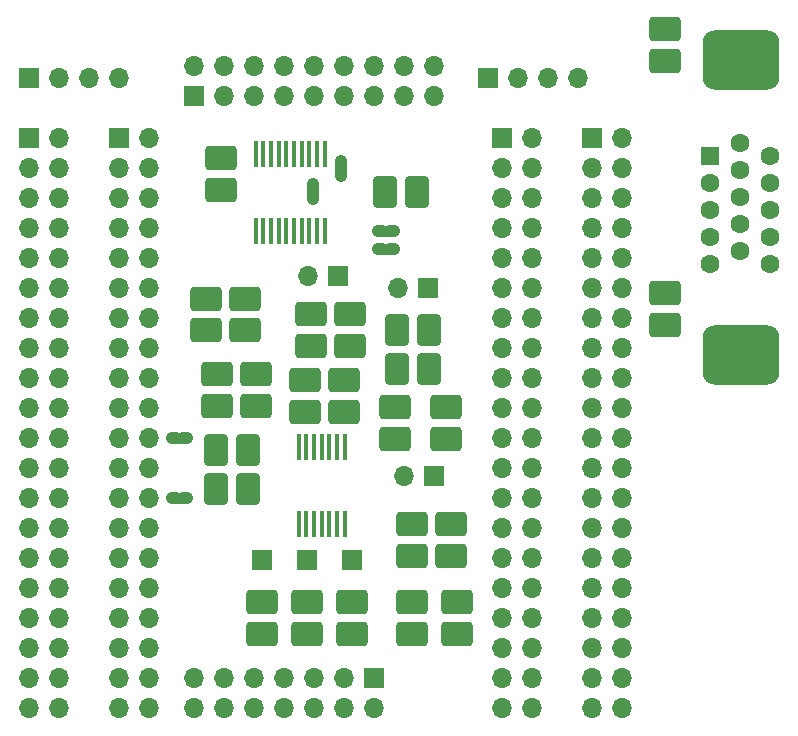
<source format=gts>
G04 #@! TF.GenerationSoftware,KiCad,Pcbnew,8.0.8*
G04 #@! TF.CreationDate,2025-02-08T14:03:33+10:30*
G04 #@! TF.ProjectId,tt06-vga-interposer,74743036-2d76-4676-912d-696e74657270,rev?*
G04 #@! TF.SameCoordinates,Original*
G04 #@! TF.FileFunction,Soldermask,Top*
G04 #@! TF.FilePolarity,Negative*
%FSLAX46Y46*%
G04 Gerber Fmt 4.6, Leading zero omitted, Abs format (unit mm)*
G04 Created by KiCad (PCBNEW 8.0.8) date 2025-02-08 14:03:33*
%MOMM*%
%LPD*%
G01*
G04 APERTURE LIST*
G04 Aperture macros list*
%AMRoundRect*
0 Rectangle with rounded corners*
0 $1 Rounding radius*
0 $2 $3 $4 $5 $6 $7 $8 $9 X,Y pos of 4 corners*
0 Add a 4 corners polygon primitive as box body*
4,1,4,$2,$3,$4,$5,$6,$7,$8,$9,$2,$3,0*
0 Add four circle primitives for the rounded corners*
1,1,$1+$1,$2,$3*
1,1,$1+$1,$4,$5*
1,1,$1+$1,$6,$7*
1,1,$1+$1,$8,$9*
0 Add four rect primitives between the rounded corners*
20,1,$1+$1,$2,$3,$4,$5,0*
20,1,$1+$1,$4,$5,$6,$7,0*
20,1,$1+$1,$6,$7,$8,$9,0*
20,1,$1+$1,$8,$9,$2,$3,0*%
%AMFreePoly0*
4,1,17,-0.500000,0.000000,-0.488573,0.106283,-0.438839,0.239624,-0.353553,0.353553,-0.239624,0.438839,-0.106283,0.488573,0.000000,0.500000,0.500000,0.500000,0.500000,-0.500000,0.000000,-0.500000,-0.106283,-0.488573,-0.239624,-0.438839,-0.353553,-0.353553,-0.438839,-0.239624,-0.488573,-0.106283,-0.500000,0.000000,-0.500000,0.000000,-0.500000,0.000000,$1*%
%AMFreePoly1*
4,1,16,-0.500000,0.500000,0.000000,0.500000,0.106283,0.488573,0.239624,0.438839,0.353553,0.353553,0.438839,0.239624,0.488573,0.106283,0.500000,0.000000,0.488573,-0.106283,0.438839,-0.239624,0.353553,-0.353553,0.239624,-0.438839,0.106283,-0.488573,0.000000,-0.500000,-0.500000,-0.500000,-0.500000,0.500000,-0.500000,0.500000,$1*%
G04 Aperture macros list end*
%ADD10RoundRect,0.396226X-0.653774X-0.953774X0.653774X-0.953774X0.653774X0.953774X-0.653774X0.953774X0*%
%ADD11RoundRect,0.396226X0.953774X-0.653774X0.953774X0.653774X-0.953774X0.653774X-0.953774X-0.653774X0*%
%ADD12R,1.700000X1.700000*%
%ADD13O,1.700000X1.700000*%
%ADD14RoundRect,0.396226X-0.953774X0.653774X-0.953774X-0.653774X0.953774X-0.653774X0.953774X0.653774X0*%
%ADD15FreePoly0,90.000000*%
%ADD16FreePoly1,90.000000*%
%ADD17FreePoly0,0.000000*%
%ADD18FreePoly1,0.000000*%
%ADD19RoundRect,0.100000X0.100000X-1.037500X0.100000X1.037500X-0.100000X1.037500X-0.100000X-1.037500X0*%
%ADD20RoundRect,1.000000X2.250000X-1.500000X2.250000X1.500000X-2.250000X1.500000X-2.250000X-1.500000X0*%
%ADD21R,1.600000X1.600000*%
%ADD22C,1.600000*%
%ADD23RoundRect,0.396226X0.653774X0.953774X-0.653774X0.953774X-0.653774X-0.953774X0.653774X-0.953774X0*%
G04 APERTURE END LIST*
G36*
X101481000Y-51839000D02*
G01*
X102481000Y-51839000D01*
X102481000Y-51539000D01*
X101481000Y-51539000D01*
X101481000Y-51839000D01*
G37*
G36*
X105641000Y-58047000D02*
G01*
X105941000Y-58047000D01*
X105941000Y-59047000D01*
X105641000Y-59047000D01*
X105641000Y-58047000D01*
G37*
G36*
X88130000Y-79129000D02*
G01*
X88430000Y-79129000D01*
X88430000Y-80129000D01*
X88130000Y-80129000D01*
X88130000Y-79129000D01*
G37*
G36*
X105641000Y-56523000D02*
G01*
X105941000Y-56523000D01*
X105941000Y-57523000D01*
X105641000Y-57523000D01*
X105641000Y-56523000D01*
G37*
G36*
X99124000Y-53802500D02*
G01*
X100124000Y-53802500D01*
X100124000Y-53502500D01*
X99124000Y-53502500D01*
X99124000Y-53802500D01*
G37*
G36*
X88130000Y-74049000D02*
G01*
X88430000Y-74049000D01*
X88430000Y-75049000D01*
X88130000Y-75049000D01*
X88130000Y-74049000D01*
G37*
D10*
X106727000Y-68707000D03*
X109427000Y-68707000D03*
D11*
X107950000Y-84535000D03*
X107950000Y-81835000D03*
D12*
X99060000Y-84836000D03*
X109347000Y-61849000D03*
D13*
X106807000Y-61849000D03*
D12*
X75565000Y-44069000D03*
D13*
X78105000Y-44069000D03*
X80645000Y-44069000D03*
X83185000Y-44069000D03*
D14*
X107950000Y-88439000D03*
X107950000Y-91139000D03*
X95250000Y-88439000D03*
X95250000Y-91139000D03*
D11*
X102235000Y-72343000D03*
X102235000Y-69643000D03*
D12*
X104780000Y-94869000D03*
D13*
X104780000Y-97409000D03*
X102240000Y-94869000D03*
X102240000Y-97409000D03*
X99700000Y-94869000D03*
X99700000Y-97409000D03*
X97160000Y-94869000D03*
X97160000Y-97409000D03*
X94620000Y-94869000D03*
X94620000Y-97409000D03*
X92080000Y-94869000D03*
X92080000Y-97409000D03*
X89540000Y-94869000D03*
X89540000Y-97409000D03*
D11*
X99441000Y-66755000D03*
X99441000Y-64055000D03*
D15*
X101981000Y-52339000D03*
D16*
X101981000Y-51039000D03*
D17*
X105141000Y-58547000D03*
D18*
X106441000Y-58547000D03*
D17*
X87630000Y-79629000D03*
D18*
X88930000Y-79629000D03*
D11*
X91440000Y-71835000D03*
X91440000Y-69135000D03*
D10*
X91360000Y-75565000D03*
X94060000Y-75565000D03*
D11*
X111252000Y-84535000D03*
X111252000Y-81835000D03*
D17*
X105141000Y-57023000D03*
D18*
X106441000Y-57023000D03*
D10*
X106727000Y-65405000D03*
X109427000Y-65405000D03*
D14*
X110871000Y-71929000D03*
X110871000Y-74629000D03*
D11*
X91821000Y-53547000D03*
X91821000Y-50847000D03*
D12*
X101727000Y-60833000D03*
D13*
X99187000Y-60833000D03*
D19*
X98380000Y-81776500D03*
X99030000Y-81776500D03*
X99680000Y-81776500D03*
X100330000Y-81776500D03*
X100980000Y-81776500D03*
X101630000Y-81776500D03*
X102280000Y-81776500D03*
X102280000Y-75251500D03*
X101630000Y-75251500D03*
X100980000Y-75251500D03*
X100330000Y-75251500D03*
X99680000Y-75251500D03*
X99030000Y-75251500D03*
X98380000Y-75251500D03*
D11*
X98933000Y-72343000D03*
X98933000Y-69643000D03*
D14*
X102870000Y-88439000D03*
X102870000Y-91139000D03*
D12*
X89535000Y-45593000D03*
D13*
X89535000Y-43053000D03*
X92075000Y-45593000D03*
X92075000Y-43053000D03*
X94615000Y-45593000D03*
X94615000Y-43053000D03*
X97155000Y-45593000D03*
X97155000Y-43053000D03*
X99695000Y-45593000D03*
X99695000Y-43053000D03*
X102235000Y-45593000D03*
X102235000Y-43053000D03*
X104775000Y-45593000D03*
X104775000Y-43053000D03*
X107315000Y-45593000D03*
X107315000Y-43053000D03*
X109855000Y-45593000D03*
X109855000Y-43053000D03*
D12*
X102870000Y-84836000D03*
X114427000Y-44069000D03*
D13*
X116967000Y-44069000D03*
X119507000Y-44069000D03*
X122047000Y-44069000D03*
D11*
X93853000Y-65405000D03*
X93853000Y-62705000D03*
D14*
X106553000Y-71929000D03*
X106553000Y-74629000D03*
D11*
X111760000Y-91139000D03*
X111760000Y-88439000D03*
X90551000Y-65405000D03*
X90551000Y-62705000D03*
D12*
X123185000Y-49149000D03*
D13*
X125725000Y-49149000D03*
X123185000Y-51689000D03*
X125725000Y-51689000D03*
X123185000Y-54229000D03*
X125725000Y-54229000D03*
X123185000Y-56769000D03*
X125725000Y-56769000D03*
X123185000Y-59309000D03*
X125725000Y-59309000D03*
X123185000Y-61849000D03*
X125725000Y-61849000D03*
X123185000Y-64389000D03*
X125725000Y-64389000D03*
X123185000Y-66929000D03*
X125725000Y-66929000D03*
X123185000Y-69469000D03*
X125725000Y-69469000D03*
X123185000Y-72009000D03*
X125725000Y-72009000D03*
X123185000Y-74549000D03*
X125725000Y-74549000D03*
X123185000Y-77089000D03*
X125725000Y-77089000D03*
X123185000Y-79629000D03*
X125725000Y-79629000D03*
X123185000Y-82169000D03*
X125725000Y-82169000D03*
X123185000Y-84709000D03*
X125725000Y-84709000D03*
X123185000Y-87249000D03*
X125725000Y-87249000D03*
X123185000Y-89789000D03*
X125725000Y-89789000D03*
X123185000Y-92329000D03*
X125725000Y-92329000D03*
X123185000Y-94869000D03*
X125725000Y-94869000D03*
X123185000Y-97409000D03*
X125725000Y-97409000D03*
D11*
X129413000Y-64977000D03*
X129413000Y-62277000D03*
D12*
X83185000Y-49149000D03*
D13*
X85725000Y-49149000D03*
X83185000Y-51689000D03*
X85725000Y-51689000D03*
X83185000Y-54229000D03*
X85725000Y-54229000D03*
X83185000Y-56769000D03*
X85725000Y-56769000D03*
X83185000Y-59309000D03*
X85725000Y-59309000D03*
X83185000Y-61849000D03*
X85725000Y-61849000D03*
X83185000Y-64389000D03*
X85725000Y-64389000D03*
X83185000Y-66929000D03*
X85725000Y-66929000D03*
X83185000Y-69469000D03*
X85725000Y-69469000D03*
X83185000Y-72009000D03*
X85725000Y-72009000D03*
X83185000Y-74549000D03*
X85725000Y-74549000D03*
X83185000Y-77089000D03*
X85725000Y-77089000D03*
X83185000Y-79629000D03*
X85725000Y-79629000D03*
X83185000Y-82169000D03*
X85725000Y-82169000D03*
X83185000Y-84709000D03*
X85725000Y-84709000D03*
X83185000Y-87249000D03*
X85725000Y-87249000D03*
X83185000Y-89789000D03*
X85725000Y-89789000D03*
X83185000Y-92329000D03*
X85725000Y-92329000D03*
X83185000Y-94869000D03*
X85725000Y-94869000D03*
X83185000Y-97409000D03*
X85725000Y-97409000D03*
D15*
X99624000Y-54302500D03*
D16*
X99624000Y-53002500D03*
D12*
X109855000Y-77724000D03*
D13*
X107315000Y-77724000D03*
D11*
X102743000Y-66755000D03*
X102743000Y-64055000D03*
D19*
X94738000Y-56983500D03*
X95388000Y-56983500D03*
X96038000Y-56983500D03*
X96688000Y-56983500D03*
X97338000Y-56983500D03*
X97988000Y-56983500D03*
X98638000Y-56983500D03*
X99288000Y-56983500D03*
X99938000Y-56983500D03*
X100588000Y-56983500D03*
X100588000Y-50458500D03*
X99938000Y-50458500D03*
X99288000Y-50458500D03*
X98638000Y-50458500D03*
X97988000Y-50458500D03*
X97338000Y-50458500D03*
X96688000Y-50458500D03*
X96038000Y-50458500D03*
X95388000Y-50458500D03*
X94738000Y-50458500D03*
D12*
X95250000Y-84836000D03*
D10*
X105711000Y-53721000D03*
X108411000Y-53721000D03*
D17*
X87630000Y-74549000D03*
D18*
X88930000Y-74549000D03*
D20*
X135833000Y-67474000D03*
X135833000Y-42474000D03*
D21*
X133223000Y-50659000D03*
D22*
X133223000Y-52949000D03*
X133223000Y-55239000D03*
X133223000Y-57529000D03*
X133223000Y-59819000D03*
X135763000Y-49514000D03*
X135763000Y-51804000D03*
X135763000Y-54094000D03*
X135763000Y-56384000D03*
X135763000Y-58674000D03*
X138303000Y-50659000D03*
X138303000Y-52949000D03*
X138303000Y-55239000D03*
X138303000Y-57529000D03*
X138303000Y-59819000D03*
D14*
X129413000Y-39925000D03*
X129413000Y-42625000D03*
D11*
X94742000Y-71835000D03*
X94742000Y-69135000D03*
D23*
X94060000Y-78867000D03*
X91360000Y-78867000D03*
D14*
X99060000Y-88439000D03*
X99060000Y-91139000D03*
D12*
X115565000Y-49149000D03*
D13*
X118105000Y-49149000D03*
X115565000Y-51689000D03*
X118105000Y-51689000D03*
X115565000Y-54229000D03*
X118105000Y-54229000D03*
X115565000Y-56769000D03*
X118105000Y-56769000D03*
X115565000Y-59309000D03*
X118105000Y-59309000D03*
X115565000Y-61849000D03*
X118105000Y-61849000D03*
X115565000Y-64389000D03*
X118105000Y-64389000D03*
X115565000Y-66929000D03*
X118105000Y-66929000D03*
X115565000Y-69469000D03*
X118105000Y-69469000D03*
X115565000Y-72009000D03*
X118105000Y-72009000D03*
X115565000Y-74549000D03*
X118105000Y-74549000D03*
X115565000Y-77089000D03*
X118105000Y-77089000D03*
X115565000Y-79629000D03*
X118105000Y-79629000D03*
X115565000Y-82169000D03*
X118105000Y-82169000D03*
X115565000Y-84709000D03*
X118105000Y-84709000D03*
X115565000Y-87249000D03*
X118105000Y-87249000D03*
X115565000Y-89789000D03*
X118105000Y-89789000D03*
X115565000Y-92329000D03*
X118105000Y-92329000D03*
X115565000Y-94869000D03*
X118105000Y-94869000D03*
X115565000Y-97409000D03*
X118105000Y-97409000D03*
D12*
X75565000Y-49149000D03*
D13*
X78105000Y-49149000D03*
X75565000Y-51689000D03*
X78105000Y-51689000D03*
X75565000Y-54229000D03*
X78105000Y-54229000D03*
X75565000Y-56769000D03*
X78105000Y-56769000D03*
X75565000Y-59309000D03*
X78105000Y-59309000D03*
X75565000Y-61849000D03*
X78105000Y-61849000D03*
X75565000Y-64389000D03*
X78105000Y-64389000D03*
X75565000Y-66929000D03*
X78105000Y-66929000D03*
X75565000Y-69469000D03*
X78105000Y-69469000D03*
X75565000Y-72009000D03*
X78105000Y-72009000D03*
X75565000Y-74549000D03*
X78105000Y-74549000D03*
X75565000Y-77089000D03*
X78105000Y-77089000D03*
X75565000Y-79629000D03*
X78105000Y-79629000D03*
X75565000Y-82169000D03*
X78105000Y-82169000D03*
X75565000Y-84709000D03*
X78105000Y-84709000D03*
X75565000Y-87249000D03*
X78105000Y-87249000D03*
X75565000Y-89789000D03*
X78105000Y-89789000D03*
X75565000Y-92329000D03*
X78105000Y-92329000D03*
X75565000Y-94869000D03*
X78105000Y-94869000D03*
X75565000Y-97409000D03*
X78105000Y-97409000D03*
M02*

</source>
